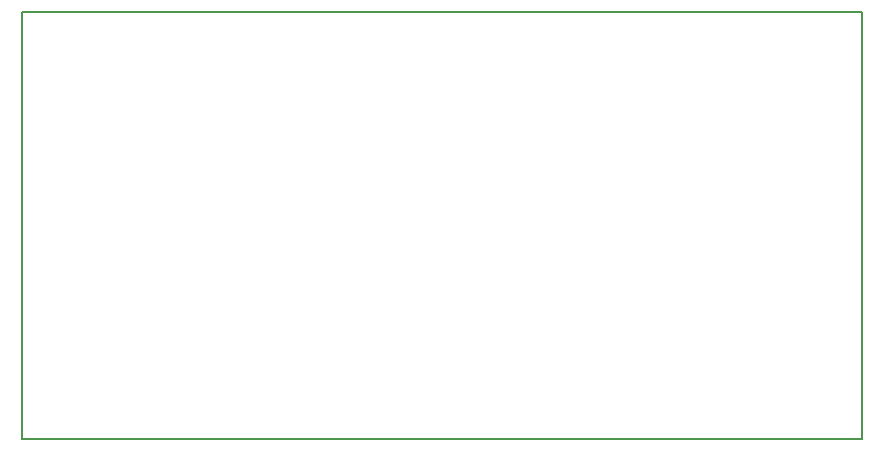
<source format=gbr>
G04 #@! TF.GenerationSoftware,KiCad,Pcbnew,(5.0.1)-4*
G04 #@! TF.CreationDate,2018-12-09T17:15:49-08:00*
G04 #@! TF.ProjectId,ht1632c-to-dip,687431363332632D746F2D6469702E6B,rev?*
G04 #@! TF.SameCoordinates,Original*
G04 #@! TF.FileFunction,Profile,NP*
%FSLAX46Y46*%
G04 Gerber Fmt 4.6, Leading zero omitted, Abs format (unit mm)*
G04 Created by KiCad (PCBNEW (5.0.1)-4) date 12/9/2018 5:15:49 PM*
%MOMM*%
%LPD*%
G01*
G04 APERTURE LIST*
%ADD10C,0.150000*%
G04 APERTURE END LIST*
D10*
X73660000Y-60325000D02*
X144780000Y-60325000D01*
X73660000Y-96520000D02*
X73660000Y-60325000D01*
X144780000Y-96520000D02*
X73660000Y-96520000D01*
X144780000Y-60325000D02*
X144780000Y-96520000D01*
M02*

</source>
